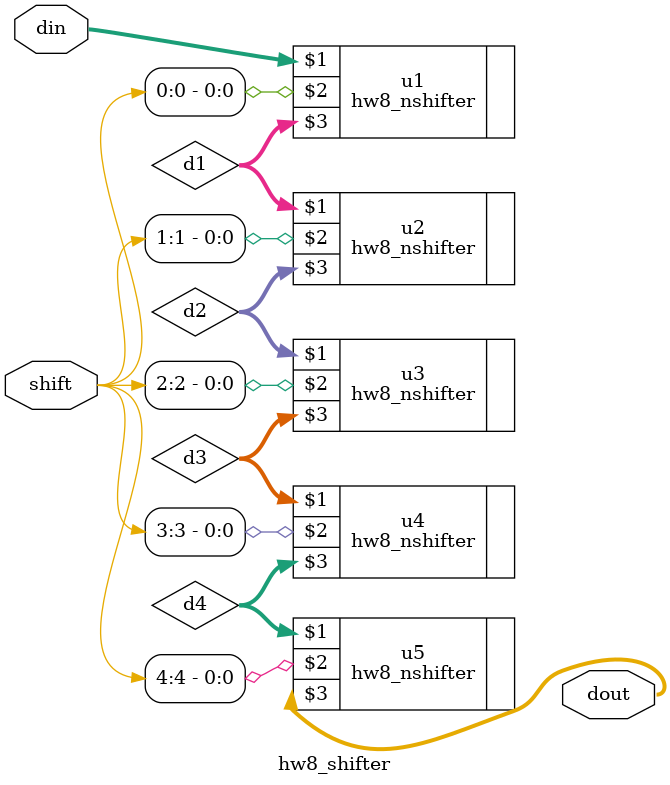
<source format=v>
module hw8_shifter(din, shift, dout);
	input [31:0] din;
	input [4:0] shift;
	output [31:0] dout;
	wire [31:0] d1, d2, d3, d4;
	
	hw8_nshifter #(1) u1 (din, shift[0], d1);
	hw8_nshifter #(2) u2 (d1, shift[1], d2);
	hw8_nshifter #(4) u3 (d2, shift[2], d3);
	hw8_nshifter #(8) u4 (d3, shift[3], d4);
	hw8_nshifter #(16) u5 (d4, shift[4], dout);	
endmodule
</source>
